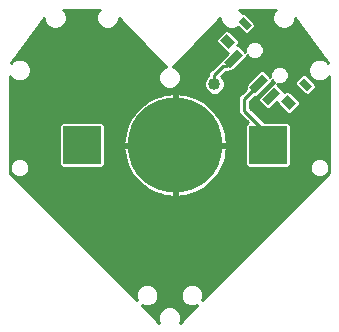
<source format=gbl>
G75*
%MOIN*%
%OFA0B0*%
%FSLAX25Y25*%
%IPPOS*%
%LPD*%
%AMOC8*
5,1,8,0,0,1.08239X$1,22.5*
%
%ADD10R,0.02756X0.05906*%
%ADD11R,0.03937X0.02362*%
%ADD12R,0.03937X0.03150*%
%ADD13C,0.31496*%
%ADD14R,0.12500X0.12500*%
%ADD15C,0.04000*%
%ADD16C,0.01000*%
%ADD17C,0.03500*%
D10*
G36*
X0221112Y0169552D02*
X0219163Y0171501D01*
X0223338Y0175676D01*
X0225287Y0173727D01*
X0221112Y0169552D01*
G37*
G36*
X0216936Y0173728D02*
X0214987Y0175677D01*
X0219162Y0179852D01*
X0221111Y0177903D01*
X0216936Y0173728D01*
G37*
G36*
X0208585Y0182080D02*
X0206636Y0184029D01*
X0210811Y0188204D01*
X0212760Y0186255D01*
X0208585Y0182080D01*
G37*
D11*
G36*
X0233222Y0178599D02*
X0236004Y0175817D01*
X0234334Y0174147D01*
X0231552Y0176929D01*
X0233222Y0178599D01*
G37*
G36*
X0212900Y0198921D02*
X0215682Y0196139D01*
X0214012Y0194469D01*
X0211230Y0197251D01*
X0212900Y0198921D01*
G37*
D12*
G36*
X0207333Y0193354D02*
X0210115Y0190572D01*
X0207887Y0188344D01*
X0205105Y0191126D01*
X0207333Y0193354D01*
G37*
G36*
X0227655Y0173032D02*
X0230437Y0170250D01*
X0228209Y0168022D01*
X0225427Y0170804D01*
X0227655Y0173032D01*
G37*
D13*
X0190208Y0156250D03*
D14*
X0159208Y0156250D03*
X0221208Y0156250D03*
D15*
X0203333Y0176500D03*
D16*
X0179156Y0102832D02*
X0184915Y0097072D01*
X0184533Y0097994D01*
X0184533Y0099506D01*
X0185112Y0100903D01*
X0186181Y0101971D01*
X0187577Y0102550D01*
X0189089Y0102550D01*
X0190486Y0101971D01*
X0191555Y0100903D01*
X0192133Y0099506D01*
X0192133Y0097994D01*
X0191751Y0097072D01*
X0197511Y0102832D01*
X0196589Y0102450D01*
X0195077Y0102450D01*
X0193681Y0103029D01*
X0192612Y0104097D01*
X0192033Y0105494D01*
X0192033Y0107006D01*
X0192612Y0108403D01*
X0193681Y0109471D01*
X0195077Y0110050D01*
X0196589Y0110050D01*
X0197986Y0109471D01*
X0199055Y0108403D01*
X0199633Y0107006D01*
X0199633Y0105494D01*
X0199251Y0104572D01*
X0241633Y0146954D01*
X0241633Y0179287D01*
X0241555Y0179097D01*
X0240486Y0178029D01*
X0239089Y0177450D01*
X0237577Y0177450D01*
X0236181Y0178029D01*
X0235112Y0179097D01*
X0234533Y0180494D01*
X0234533Y0182006D01*
X0235112Y0183403D01*
X0236181Y0184471D01*
X0237577Y0185050D01*
X0239089Y0185050D01*
X0240486Y0184471D01*
X0241243Y0183714D01*
X0230258Y0198520D01*
X0230258Y0197994D01*
X0229680Y0196597D01*
X0228611Y0195529D01*
X0227214Y0194950D01*
X0225702Y0194950D01*
X0224306Y0195529D01*
X0223237Y0196597D01*
X0222658Y0197994D01*
X0222658Y0199506D01*
X0223237Y0200903D01*
X0223759Y0201425D01*
X0211657Y0201425D01*
X0212180Y0200903D01*
X0212462Y0200222D01*
X0213438Y0200222D01*
X0216983Y0196677D01*
X0216983Y0195600D01*
X0214551Y0193168D01*
X0213474Y0193168D01*
X0211112Y0195530D01*
X0211111Y0195529D01*
X0209714Y0194950D01*
X0208202Y0194950D01*
X0206806Y0195529D01*
X0205737Y0196597D01*
X0205158Y0197994D01*
X0205158Y0198691D01*
X0190022Y0183050D01*
X0190022Y0183018D01*
X0189535Y0182548D01*
X0189409Y0182417D01*
X0190486Y0181971D01*
X0191555Y0180903D01*
X0192133Y0179506D01*
X0192133Y0177994D01*
X0191555Y0176597D01*
X0190486Y0175529D01*
X0189089Y0174950D01*
X0187577Y0174950D01*
X0186181Y0175529D01*
X0185112Y0176597D01*
X0184533Y0177994D01*
X0184533Y0179506D01*
X0185112Y0180903D01*
X0186181Y0181971D01*
X0187257Y0182417D01*
X0187131Y0182548D01*
X0186645Y0183018D01*
X0186645Y0183050D01*
X0171508Y0198691D01*
X0171508Y0197994D01*
X0170930Y0196597D01*
X0169861Y0195529D01*
X0168464Y0194950D01*
X0166952Y0194950D01*
X0165556Y0195529D01*
X0164487Y0196597D01*
X0163908Y0197994D01*
X0163908Y0199506D01*
X0164487Y0200903D01*
X0165009Y0201425D01*
X0152907Y0201425D01*
X0153430Y0200903D01*
X0154008Y0199506D01*
X0154008Y0197994D01*
X0153430Y0196597D01*
X0152361Y0195529D01*
X0150964Y0194950D01*
X0149452Y0194950D01*
X0148056Y0195529D01*
X0146987Y0196597D01*
X0146408Y0197994D01*
X0146408Y0198520D01*
X0135424Y0183714D01*
X0136181Y0184471D01*
X0137577Y0185050D01*
X0139089Y0185050D01*
X0140486Y0184471D01*
X0141555Y0183403D01*
X0142133Y0182006D01*
X0142133Y0180494D01*
X0141555Y0179097D01*
X0140486Y0178029D01*
X0139089Y0177450D01*
X0137577Y0177450D01*
X0136181Y0178029D01*
X0135112Y0179097D01*
X0135033Y0179287D01*
X0135033Y0146954D01*
X0177415Y0104572D01*
X0177033Y0105494D01*
X0177033Y0107006D01*
X0177612Y0108403D01*
X0178681Y0109471D01*
X0180077Y0110050D01*
X0181589Y0110050D01*
X0182986Y0109471D01*
X0184055Y0108403D01*
X0184633Y0107006D01*
X0184633Y0105494D01*
X0184055Y0104097D01*
X0182986Y0103029D01*
X0181589Y0102450D01*
X0180077Y0102450D01*
X0179156Y0102832D01*
X0179266Y0102722D02*
X0179421Y0102722D01*
X0180264Y0101723D02*
X0185933Y0101723D01*
X0185038Y0100725D02*
X0181263Y0100725D01*
X0182261Y0099726D02*
X0184625Y0099726D01*
X0184533Y0098728D02*
X0183260Y0098728D01*
X0184258Y0097729D02*
X0184643Y0097729D01*
X0190734Y0101723D02*
X0196402Y0101723D01*
X0197245Y0102722D02*
X0197401Y0102722D01*
X0199312Y0104719D02*
X0199398Y0104719D01*
X0199633Y0105717D02*
X0200396Y0105717D01*
X0199633Y0106716D02*
X0201395Y0106716D01*
X0202393Y0107714D02*
X0199340Y0107714D01*
X0198745Y0108713D02*
X0203392Y0108713D01*
X0204390Y0109711D02*
X0197407Y0109711D01*
X0194260Y0109711D02*
X0182407Y0109711D01*
X0183745Y0108713D02*
X0192922Y0108713D01*
X0192327Y0107714D02*
X0184340Y0107714D01*
X0184633Y0106716D02*
X0192033Y0106716D01*
X0192033Y0105717D02*
X0184633Y0105717D01*
X0184312Y0104719D02*
X0192355Y0104719D01*
X0192989Y0103720D02*
X0183678Y0103720D01*
X0182245Y0102722D02*
X0194421Y0102722D01*
X0195404Y0100725D02*
X0191628Y0100725D01*
X0192042Y0099726D02*
X0194405Y0099726D01*
X0193407Y0098728D02*
X0192133Y0098728D01*
X0192024Y0097729D02*
X0192408Y0097729D01*
X0177355Y0104719D02*
X0177269Y0104719D01*
X0177033Y0105717D02*
X0176270Y0105717D01*
X0177033Y0106716D02*
X0175272Y0106716D01*
X0174273Y0107714D02*
X0177327Y0107714D01*
X0177922Y0108713D02*
X0173275Y0108713D01*
X0172276Y0109711D02*
X0179260Y0109711D01*
X0171278Y0110710D02*
X0205389Y0110710D01*
X0206387Y0111708D02*
X0170279Y0111708D01*
X0169281Y0112707D02*
X0207386Y0112707D01*
X0208385Y0113705D02*
X0168282Y0113705D01*
X0167284Y0114704D02*
X0209383Y0114704D01*
X0210382Y0115702D02*
X0166285Y0115702D01*
X0165287Y0116701D02*
X0211380Y0116701D01*
X0212379Y0117699D02*
X0164288Y0117699D01*
X0163290Y0118698D02*
X0213377Y0118698D01*
X0214376Y0119696D02*
X0162291Y0119696D01*
X0161293Y0120695D02*
X0215374Y0120695D01*
X0216373Y0121693D02*
X0160294Y0121693D01*
X0159296Y0122692D02*
X0217371Y0122692D01*
X0218370Y0123690D02*
X0158297Y0123690D01*
X0157299Y0124689D02*
X0219368Y0124689D01*
X0220367Y0125687D02*
X0156300Y0125687D01*
X0155301Y0126686D02*
X0221365Y0126686D01*
X0222364Y0127684D02*
X0154303Y0127684D01*
X0153304Y0128683D02*
X0223362Y0128683D01*
X0224361Y0129682D02*
X0152306Y0129682D01*
X0151307Y0130680D02*
X0225359Y0130680D01*
X0226358Y0131679D02*
X0150309Y0131679D01*
X0149310Y0132677D02*
X0227356Y0132677D01*
X0228355Y0133676D02*
X0148312Y0133676D01*
X0147313Y0134674D02*
X0229353Y0134674D01*
X0230352Y0135673D02*
X0146315Y0135673D01*
X0145316Y0136671D02*
X0231350Y0136671D01*
X0232349Y0137670D02*
X0144318Y0137670D01*
X0143319Y0138668D02*
X0233347Y0138668D01*
X0234346Y0139667D02*
X0194960Y0139667D01*
X0195400Y0139785D02*
X0196815Y0140300D01*
X0198180Y0140936D01*
X0199485Y0141689D01*
X0200718Y0142553D01*
X0201872Y0143521D01*
X0202937Y0144586D01*
X0203905Y0145740D01*
X0204769Y0146974D01*
X0205522Y0148278D01*
X0206159Y0149643D01*
X0206674Y0151058D01*
X0207064Y0152513D01*
X0207325Y0153997D01*
X0207456Y0155497D01*
X0207456Y0155750D01*
X0190708Y0155750D01*
X0190708Y0139002D01*
X0190961Y0139002D01*
X0192462Y0139133D01*
X0193945Y0139395D01*
X0195400Y0139785D01*
X0197599Y0140665D02*
X0235344Y0140665D01*
X0236343Y0141664D02*
X0199440Y0141664D01*
X0200848Y0142662D02*
X0237341Y0142662D01*
X0238340Y0143661D02*
X0202011Y0143661D01*
X0202998Y0144659D02*
X0239338Y0144659D01*
X0238990Y0145450D02*
X0240203Y0145952D01*
X0241131Y0146881D01*
X0241633Y0148094D01*
X0241633Y0149406D01*
X0241131Y0150619D01*
X0240203Y0151548D01*
X0238990Y0152050D01*
X0237677Y0152050D01*
X0236464Y0151548D01*
X0235536Y0150619D01*
X0235033Y0149406D01*
X0235033Y0148094D01*
X0235536Y0146881D01*
X0236464Y0145952D01*
X0237677Y0145450D01*
X0238990Y0145450D01*
X0239491Y0145658D02*
X0240337Y0145658D01*
X0240906Y0146656D02*
X0241335Y0146656D01*
X0241452Y0147655D02*
X0241633Y0147655D01*
X0241633Y0148653D02*
X0241633Y0148653D01*
X0241633Y0149652D02*
X0241532Y0149652D01*
X0241633Y0150650D02*
X0241100Y0150650D01*
X0241633Y0151649D02*
X0239958Y0151649D01*
X0241633Y0152647D02*
X0228758Y0152647D01*
X0228758Y0151649D02*
X0236708Y0151649D01*
X0235567Y0150650D02*
X0228758Y0150650D01*
X0228758Y0149652D02*
X0235135Y0149652D01*
X0235033Y0148653D02*
X0205697Y0148653D01*
X0206162Y0149652D02*
X0213658Y0149652D01*
X0213658Y0149462D02*
X0214420Y0148700D01*
X0227997Y0148700D01*
X0228758Y0149462D01*
X0228758Y0163038D01*
X0227997Y0163800D01*
X0220112Y0163800D01*
X0215333Y0168578D01*
X0215333Y0170922D01*
X0216840Y0172428D01*
X0217474Y0172428D01*
X0222412Y0177365D01*
X0222412Y0177828D01*
X0223263Y0176977D01*
X0222800Y0176977D01*
X0217863Y0172039D01*
X0217863Y0170962D01*
X0220573Y0168252D01*
X0221650Y0168252D01*
X0224127Y0170729D01*
X0224127Y0170266D01*
X0227672Y0166721D01*
X0228749Y0166721D01*
X0231738Y0169710D01*
X0231738Y0170787D01*
X0228192Y0174332D01*
X0227115Y0174332D01*
X0226588Y0173804D01*
X0226588Y0174266D01*
X0224318Y0176536D01*
X0224398Y0176503D01*
X0225620Y0176503D01*
X0226749Y0176970D01*
X0227613Y0177834D01*
X0228081Y0178963D01*
X0228081Y0180185D01*
X0227613Y0181314D01*
X0226749Y0182178D01*
X0225620Y0182646D01*
X0224398Y0182646D01*
X0223269Y0182178D01*
X0222405Y0181314D01*
X0221938Y0180185D01*
X0221938Y0178963D01*
X0221971Y0178883D01*
X0219701Y0181153D01*
X0218625Y0181153D01*
X0213687Y0176215D01*
X0213687Y0175138D01*
X0213790Y0175035D01*
X0212505Y0173750D01*
X0211333Y0172578D01*
X0211333Y0166922D01*
X0214455Y0163800D01*
X0214420Y0163800D01*
X0213658Y0163038D01*
X0213658Y0149462D01*
X0213658Y0150650D02*
X0206525Y0150650D01*
X0206832Y0151649D02*
X0213658Y0151649D01*
X0213658Y0152647D02*
X0207087Y0152647D01*
X0207263Y0153646D02*
X0213658Y0153646D01*
X0213658Y0154644D02*
X0207382Y0154644D01*
X0207456Y0155643D02*
X0213658Y0155643D01*
X0213658Y0156641D02*
X0190708Y0156641D01*
X0190708Y0156750D02*
X0207456Y0156750D01*
X0207456Y0157003D01*
X0207325Y0158503D01*
X0207064Y0159987D01*
X0206674Y0161442D01*
X0206159Y0162857D01*
X0205522Y0164222D01*
X0204769Y0165526D01*
X0203905Y0166760D01*
X0202937Y0167914D01*
X0201872Y0168979D01*
X0200718Y0169947D01*
X0199485Y0170811D01*
X0198180Y0171564D01*
X0196815Y0172200D01*
X0195400Y0172715D01*
X0193945Y0173105D01*
X0192462Y0173367D01*
X0190961Y0173498D01*
X0190708Y0173498D01*
X0190708Y0156750D01*
X0189708Y0156750D01*
X0189708Y0155750D01*
X0172960Y0155750D01*
X0172960Y0155497D01*
X0173092Y0153997D01*
X0173353Y0152513D01*
X0173743Y0151058D01*
X0174258Y0149643D01*
X0174895Y0148278D01*
X0175648Y0146974D01*
X0176512Y0145740D01*
X0177480Y0144586D01*
X0178545Y0143521D01*
X0179698Y0142553D01*
X0180932Y0141689D01*
X0182236Y0140936D01*
X0183602Y0140300D01*
X0185017Y0139785D01*
X0186472Y0139395D01*
X0187955Y0139133D01*
X0189455Y0139002D01*
X0189708Y0139002D01*
X0189708Y0155750D01*
X0190708Y0155750D01*
X0190708Y0156750D01*
X0190708Y0157640D02*
X0189708Y0157640D01*
X0189708Y0156750D02*
X0189708Y0173498D01*
X0189455Y0173498D01*
X0187955Y0173367D01*
X0186472Y0173105D01*
X0185017Y0172715D01*
X0183602Y0172200D01*
X0182236Y0171564D01*
X0180932Y0170811D01*
X0179698Y0169947D01*
X0178545Y0168979D01*
X0177480Y0167914D01*
X0176512Y0166760D01*
X0175648Y0165526D01*
X0174895Y0164222D01*
X0174258Y0162857D01*
X0173743Y0161442D01*
X0173353Y0159987D01*
X0173092Y0158503D01*
X0172960Y0157003D01*
X0172960Y0156750D01*
X0189708Y0156750D01*
X0189708Y0156641D02*
X0166758Y0156641D01*
X0166758Y0155643D02*
X0172960Y0155643D01*
X0173035Y0154644D02*
X0166758Y0154644D01*
X0166758Y0153646D02*
X0173153Y0153646D01*
X0173329Y0152647D02*
X0166758Y0152647D01*
X0166758Y0151649D02*
X0173585Y0151649D01*
X0173891Y0150650D02*
X0166758Y0150650D01*
X0166758Y0149652D02*
X0174255Y0149652D01*
X0174720Y0148653D02*
X0141633Y0148653D01*
X0141633Y0148094D02*
X0141131Y0146881D01*
X0140203Y0145952D01*
X0138990Y0145450D01*
X0137677Y0145450D01*
X0136464Y0145952D01*
X0135536Y0146881D01*
X0135033Y0148094D01*
X0135033Y0149406D01*
X0135536Y0150619D01*
X0136464Y0151548D01*
X0137677Y0152050D01*
X0138990Y0152050D01*
X0140203Y0151548D01*
X0141131Y0150619D01*
X0141633Y0149406D01*
X0141633Y0148094D01*
X0141452Y0147655D02*
X0175254Y0147655D01*
X0175870Y0146656D02*
X0140906Y0146656D01*
X0139491Y0145658D02*
X0176581Y0145658D01*
X0177418Y0144659D02*
X0137328Y0144659D01*
X0137175Y0145658D02*
X0136330Y0145658D01*
X0135760Y0146656D02*
X0135331Y0146656D01*
X0135215Y0147655D02*
X0135033Y0147655D01*
X0135033Y0148653D02*
X0135033Y0148653D01*
X0135033Y0149652D02*
X0135135Y0149652D01*
X0135033Y0150650D02*
X0135567Y0150650D01*
X0135033Y0151649D02*
X0136708Y0151649D01*
X0135033Y0152647D02*
X0151658Y0152647D01*
X0151658Y0151649D02*
X0139958Y0151649D01*
X0141100Y0150650D02*
X0151658Y0150650D01*
X0151658Y0149652D02*
X0141532Y0149652D01*
X0135033Y0153646D02*
X0151658Y0153646D01*
X0151658Y0154644D02*
X0135033Y0154644D01*
X0135033Y0155643D02*
X0151658Y0155643D01*
X0151658Y0156641D02*
X0135033Y0156641D01*
X0135033Y0157640D02*
X0151658Y0157640D01*
X0151658Y0158638D02*
X0135033Y0158638D01*
X0135033Y0159637D02*
X0151658Y0159637D01*
X0151658Y0160635D02*
X0135033Y0160635D01*
X0135033Y0161634D02*
X0151658Y0161634D01*
X0151658Y0162632D02*
X0135033Y0162632D01*
X0135033Y0163631D02*
X0152251Y0163631D01*
X0152420Y0163800D02*
X0151658Y0163038D01*
X0151658Y0149462D01*
X0152420Y0148700D01*
X0165997Y0148700D01*
X0166758Y0149462D01*
X0166758Y0163038D01*
X0165997Y0163800D01*
X0152420Y0163800D01*
X0166166Y0163631D02*
X0174619Y0163631D01*
X0174176Y0162632D02*
X0166758Y0162632D01*
X0166758Y0161634D02*
X0173813Y0161634D01*
X0173527Y0160635D02*
X0166758Y0160635D01*
X0166758Y0159637D02*
X0173291Y0159637D01*
X0173115Y0158638D02*
X0166758Y0158638D01*
X0166758Y0157640D02*
X0173016Y0157640D01*
X0175130Y0164629D02*
X0135033Y0164629D01*
X0135033Y0165628D02*
X0175719Y0165628D01*
X0176418Y0166626D02*
X0135033Y0166626D01*
X0135033Y0167625D02*
X0177237Y0167625D01*
X0178189Y0168623D02*
X0135033Y0168623D01*
X0135033Y0169622D02*
X0179311Y0169622D01*
X0180660Y0170620D02*
X0135033Y0170620D01*
X0135033Y0171619D02*
X0182355Y0171619D01*
X0184748Y0172618D02*
X0135033Y0172618D01*
X0135033Y0173616D02*
X0201268Y0173616D01*
X0201351Y0173533D02*
X0202637Y0173000D01*
X0204030Y0173000D01*
X0205316Y0173533D01*
X0206300Y0174517D01*
X0206833Y0175804D01*
X0206833Y0177196D01*
X0206300Y0178483D01*
X0205597Y0179186D01*
X0207162Y0180750D01*
X0208162Y0180750D01*
X0208191Y0180780D01*
X0209123Y0180780D01*
X0214060Y0185717D01*
X0214060Y0186179D01*
X0214918Y0185322D01*
X0216047Y0184854D01*
X0217268Y0184854D01*
X0218397Y0185322D01*
X0219262Y0186186D01*
X0219729Y0187315D01*
X0219729Y0188537D01*
X0219262Y0189666D01*
X0218397Y0190530D01*
X0217268Y0190997D01*
X0216047Y0190997D01*
X0214918Y0190530D01*
X0214053Y0189666D01*
X0213586Y0188537D01*
X0213586Y0187315D01*
X0213619Y0187235D01*
X0211350Y0189504D01*
X0210887Y0189504D01*
X0211415Y0190032D01*
X0211415Y0191109D01*
X0207870Y0194654D01*
X0206793Y0194654D01*
X0203804Y0191666D01*
X0203804Y0190589D01*
X0207350Y0187043D01*
X0207812Y0187043D01*
X0205519Y0184750D01*
X0205505Y0184750D01*
X0202505Y0181750D01*
X0201333Y0180578D01*
X0201333Y0179450D01*
X0200366Y0178483D01*
X0199833Y0177196D01*
X0199833Y0175804D01*
X0200366Y0174517D01*
X0201351Y0173533D01*
X0200326Y0174615D02*
X0135033Y0174615D01*
X0135033Y0175613D02*
X0186096Y0175613D01*
X0185106Y0176612D02*
X0135033Y0176612D01*
X0135033Y0177610D02*
X0137191Y0177610D01*
X0135601Y0178609D02*
X0135033Y0178609D01*
X0139476Y0177610D02*
X0184692Y0177610D01*
X0184533Y0178609D02*
X0141066Y0178609D01*
X0141766Y0179607D02*
X0184575Y0179607D01*
X0184989Y0180606D02*
X0142133Y0180606D01*
X0142133Y0181604D02*
X0185813Y0181604D01*
X0187074Y0182603D02*
X0141886Y0182603D01*
X0141356Y0183601D02*
X0186112Y0183601D01*
X0185145Y0184600D02*
X0140176Y0184600D01*
X0137562Y0186597D02*
X0183213Y0186597D01*
X0182246Y0187595D02*
X0138303Y0187595D01*
X0139044Y0188594D02*
X0181280Y0188594D01*
X0180314Y0189592D02*
X0139785Y0189592D01*
X0140525Y0190591D02*
X0179348Y0190591D01*
X0178381Y0191589D02*
X0141266Y0191589D01*
X0142007Y0192588D02*
X0177415Y0192588D01*
X0176449Y0193586D02*
X0142748Y0193586D01*
X0143489Y0194585D02*
X0175482Y0194585D01*
X0174516Y0195583D02*
X0169916Y0195583D01*
X0170914Y0196582D02*
X0173550Y0196582D01*
X0172583Y0197580D02*
X0171337Y0197580D01*
X0171508Y0198579D02*
X0171617Y0198579D01*
X0165501Y0195583D02*
X0152416Y0195583D01*
X0153414Y0196582D02*
X0164503Y0196582D01*
X0164080Y0197580D02*
X0153837Y0197580D01*
X0154008Y0198579D02*
X0163908Y0198579D01*
X0163938Y0199577D02*
X0153979Y0199577D01*
X0153565Y0200576D02*
X0164352Y0200576D01*
X0148001Y0195583D02*
X0144230Y0195583D01*
X0144970Y0196582D02*
X0147003Y0196582D01*
X0146580Y0197580D02*
X0145711Y0197580D01*
X0136821Y0185598D02*
X0184179Y0185598D01*
X0189592Y0182603D02*
X0203358Y0182603D01*
X0204356Y0183601D02*
X0190555Y0183601D01*
X0191521Y0184600D02*
X0205355Y0184600D01*
X0206367Y0185598D02*
X0192488Y0185598D01*
X0193454Y0186597D02*
X0207365Y0186597D01*
X0206798Y0187595D02*
X0194420Y0187595D01*
X0195386Y0188594D02*
X0205800Y0188594D01*
X0204801Y0189592D02*
X0196353Y0189592D01*
X0197319Y0190591D02*
X0203804Y0190591D01*
X0203804Y0191589D02*
X0198285Y0191589D01*
X0199252Y0192588D02*
X0204726Y0192588D01*
X0205725Y0193586D02*
X0200218Y0193586D01*
X0201184Y0194585D02*
X0206723Y0194585D01*
X0206751Y0195583D02*
X0202151Y0195583D01*
X0203117Y0196582D02*
X0205753Y0196582D01*
X0205330Y0197580D02*
X0204083Y0197580D01*
X0205049Y0198579D02*
X0205158Y0198579D01*
X0207940Y0194585D02*
X0212058Y0194585D01*
X0213056Y0193586D02*
X0208938Y0193586D01*
X0209937Y0192588D02*
X0234659Y0192588D01*
X0233919Y0193586D02*
X0214970Y0193586D01*
X0215968Y0194585D02*
X0233178Y0194585D01*
X0232437Y0195583D02*
X0228666Y0195583D01*
X0229664Y0196582D02*
X0231696Y0196582D01*
X0230955Y0197580D02*
X0230087Y0197580D01*
X0224251Y0195583D02*
X0216967Y0195583D01*
X0216983Y0196582D02*
X0223253Y0196582D01*
X0222830Y0197580D02*
X0216080Y0197580D01*
X0215081Y0198579D02*
X0222658Y0198579D01*
X0222688Y0199577D02*
X0214083Y0199577D01*
X0212315Y0200576D02*
X0223102Y0200576D01*
X0210935Y0191589D02*
X0235400Y0191589D01*
X0236141Y0190591D02*
X0218250Y0190591D01*
X0219292Y0189592D02*
X0236882Y0189592D01*
X0237623Y0188594D02*
X0219706Y0188594D01*
X0219729Y0187595D02*
X0238364Y0187595D01*
X0239104Y0186597D02*
X0219432Y0186597D01*
X0218674Y0185598D02*
X0239845Y0185598D01*
X0240176Y0184600D02*
X0240586Y0184600D01*
X0236490Y0184600D02*
X0212943Y0184600D01*
X0213941Y0185598D02*
X0214641Y0185598D01*
X0213586Y0187595D02*
X0213259Y0187595D01*
X0213609Y0188594D02*
X0212260Y0188594D01*
X0210976Y0189592D02*
X0214023Y0189592D01*
X0215065Y0190591D02*
X0211415Y0190591D01*
X0209698Y0185142D02*
X0209333Y0184750D01*
X0207333Y0182750D01*
X0206333Y0182750D01*
X0203333Y0179750D01*
X0203333Y0176500D01*
X0199833Y0176612D02*
X0191561Y0176612D01*
X0191974Y0177610D02*
X0200005Y0177610D01*
X0200492Y0178609D02*
X0192133Y0178609D01*
X0192091Y0179607D02*
X0201333Y0179607D01*
X0201361Y0180606D02*
X0191678Y0180606D01*
X0190853Y0181604D02*
X0202359Y0181604D01*
X0206019Y0179607D02*
X0217079Y0179607D01*
X0216081Y0178609D02*
X0206174Y0178609D01*
X0206662Y0177610D02*
X0215082Y0177610D01*
X0214084Y0176612D02*
X0206833Y0176612D01*
X0206754Y0175613D02*
X0213687Y0175613D01*
X0213369Y0174615D02*
X0206341Y0174615D01*
X0205399Y0173616D02*
X0212371Y0173616D01*
X0211372Y0172618D02*
X0195669Y0172618D01*
X0198062Y0171619D02*
X0211333Y0171619D01*
X0211333Y0170620D02*
X0199756Y0170620D01*
X0201105Y0169622D02*
X0211333Y0169622D01*
X0211333Y0168623D02*
X0202227Y0168623D01*
X0203179Y0167625D02*
X0211333Y0167625D01*
X0211628Y0166626D02*
X0203999Y0166626D01*
X0204698Y0165628D02*
X0212627Y0165628D01*
X0213625Y0164629D02*
X0205287Y0164629D01*
X0205798Y0163631D02*
X0214251Y0163631D01*
X0213658Y0162632D02*
X0206240Y0162632D01*
X0206604Y0161634D02*
X0213658Y0161634D01*
X0213658Y0160635D02*
X0206890Y0160635D01*
X0207125Y0159637D02*
X0213658Y0159637D01*
X0213658Y0158638D02*
X0207301Y0158638D01*
X0207401Y0157640D02*
X0213658Y0157640D01*
X0220333Y0156750D02*
X0220333Y0160750D01*
X0213333Y0167750D01*
X0213333Y0171750D01*
X0217333Y0175750D01*
X0217333Y0176750D01*
X0218049Y0176790D01*
X0219661Y0174615D02*
X0220438Y0174615D01*
X0220659Y0175613D02*
X0221437Y0175613D01*
X0221658Y0176612D02*
X0222435Y0176612D01*
X0222412Y0177610D02*
X0222629Y0177610D01*
X0221938Y0179607D02*
X0221247Y0179607D01*
X0222112Y0180606D02*
X0220248Y0180606D01*
X0218078Y0180606D02*
X0207017Y0180606D01*
X0209947Y0181604D02*
X0222695Y0181604D01*
X0224294Y0182603D02*
X0210946Y0182603D01*
X0211944Y0183601D02*
X0235310Y0183601D01*
X0234781Y0182603D02*
X0225724Y0182603D01*
X0227323Y0181604D02*
X0234533Y0181604D01*
X0234533Y0180606D02*
X0227907Y0180606D01*
X0228081Y0179607D02*
X0232390Y0179607D01*
X0232683Y0179900D02*
X0233760Y0179900D01*
X0237305Y0176354D01*
X0237305Y0175277D01*
X0234874Y0172846D01*
X0233797Y0172846D01*
X0230251Y0176391D01*
X0230251Y0177468D01*
X0232683Y0179900D01*
X0234053Y0179607D02*
X0234901Y0179607D01*
X0235051Y0178609D02*
X0235601Y0178609D01*
X0236050Y0177610D02*
X0237191Y0177610D01*
X0237048Y0176612D02*
X0241633Y0176612D01*
X0241633Y0177610D02*
X0239476Y0177610D01*
X0241066Y0178609D02*
X0241633Y0178609D01*
X0241633Y0175613D02*
X0237305Y0175613D01*
X0236643Y0174615D02*
X0241633Y0174615D01*
X0241633Y0173616D02*
X0235644Y0173616D01*
X0233026Y0173616D02*
X0228908Y0173616D01*
X0229907Y0172618D02*
X0241633Y0172618D01*
X0241633Y0171619D02*
X0230905Y0171619D01*
X0231738Y0170620D02*
X0241633Y0170620D01*
X0241633Y0169622D02*
X0231650Y0169622D01*
X0230652Y0168623D02*
X0241633Y0168623D01*
X0241633Y0167625D02*
X0229653Y0167625D01*
X0226768Y0167625D02*
X0216287Y0167625D01*
X0215333Y0168623D02*
X0220202Y0168623D01*
X0219203Y0169622D02*
X0215333Y0169622D01*
X0215333Y0170620D02*
X0218205Y0170620D01*
X0217863Y0171619D02*
X0216031Y0171619D01*
X0217664Y0172618D02*
X0218441Y0172618D01*
X0218662Y0173616D02*
X0219440Y0173616D01*
X0224018Y0170620D02*
X0224127Y0170620D01*
X0224771Y0169622D02*
X0223020Y0169622D01*
X0222021Y0168623D02*
X0225770Y0168623D01*
X0219282Y0164629D02*
X0241633Y0164629D01*
X0241633Y0163631D02*
X0228166Y0163631D01*
X0228758Y0162632D02*
X0241633Y0162632D01*
X0241633Y0161634D02*
X0228758Y0161634D01*
X0228758Y0160635D02*
X0241633Y0160635D01*
X0241633Y0159637D02*
X0228758Y0159637D01*
X0228758Y0158638D02*
X0241633Y0158638D01*
X0241633Y0157640D02*
X0228758Y0157640D01*
X0228758Y0156641D02*
X0241633Y0156641D01*
X0241633Y0155643D02*
X0228758Y0155643D01*
X0228758Y0154644D02*
X0241633Y0154644D01*
X0241633Y0153646D02*
X0228758Y0153646D01*
X0221208Y0156250D02*
X0220333Y0156750D01*
X0218284Y0165628D02*
X0241633Y0165628D01*
X0241633Y0166626D02*
X0217285Y0166626D01*
X0226239Y0174615D02*
X0232028Y0174615D01*
X0231029Y0175613D02*
X0225241Y0175613D01*
X0225883Y0176612D02*
X0230251Y0176612D01*
X0230393Y0177610D02*
X0227389Y0177610D01*
X0227934Y0178609D02*
X0231392Y0178609D01*
X0199912Y0175613D02*
X0190570Y0175613D01*
X0190708Y0172618D02*
X0189708Y0172618D01*
X0189708Y0171619D02*
X0190708Y0171619D01*
X0190708Y0170620D02*
X0189708Y0170620D01*
X0189708Y0169622D02*
X0190708Y0169622D01*
X0190708Y0168623D02*
X0189708Y0168623D01*
X0189708Y0167625D02*
X0190708Y0167625D01*
X0190708Y0166626D02*
X0189708Y0166626D01*
X0189708Y0165628D02*
X0190708Y0165628D01*
X0190708Y0164629D02*
X0189708Y0164629D01*
X0189708Y0163631D02*
X0190708Y0163631D01*
X0190708Y0162632D02*
X0189708Y0162632D01*
X0189708Y0161634D02*
X0190708Y0161634D01*
X0190708Y0160635D02*
X0189708Y0160635D01*
X0189708Y0159637D02*
X0190708Y0159637D01*
X0190708Y0158638D02*
X0189708Y0158638D01*
X0189708Y0155643D02*
X0190708Y0155643D01*
X0190708Y0154644D02*
X0189708Y0154644D01*
X0189708Y0153646D02*
X0190708Y0153646D01*
X0190708Y0152647D02*
X0189708Y0152647D01*
X0189708Y0151649D02*
X0190708Y0151649D01*
X0190708Y0150650D02*
X0189708Y0150650D01*
X0189708Y0149652D02*
X0190708Y0149652D01*
X0190708Y0148653D02*
X0189708Y0148653D01*
X0189708Y0147655D02*
X0190708Y0147655D01*
X0190708Y0146656D02*
X0189708Y0146656D01*
X0189708Y0145658D02*
X0190708Y0145658D01*
X0190708Y0144659D02*
X0189708Y0144659D01*
X0189708Y0143661D02*
X0190708Y0143661D01*
X0190708Y0142662D02*
X0189708Y0142662D01*
X0189708Y0141664D02*
X0190708Y0141664D01*
X0190708Y0140665D02*
X0189708Y0140665D01*
X0189708Y0139667D02*
X0190708Y0139667D01*
X0185457Y0139667D02*
X0142321Y0139667D01*
X0141322Y0140665D02*
X0182818Y0140665D01*
X0180977Y0141664D02*
X0140324Y0141664D01*
X0139325Y0142662D02*
X0179568Y0142662D01*
X0178405Y0143661D02*
X0138327Y0143661D01*
X0203836Y0145658D02*
X0237175Y0145658D01*
X0235760Y0146656D02*
X0204547Y0146656D01*
X0205162Y0147655D02*
X0235215Y0147655D01*
X0136490Y0184600D02*
X0136080Y0184600D01*
D17*
X0158333Y0190625D03*
X0231458Y0188125D03*
X0218333Y0130000D03*
X0158333Y0130000D03*
M02*

</source>
